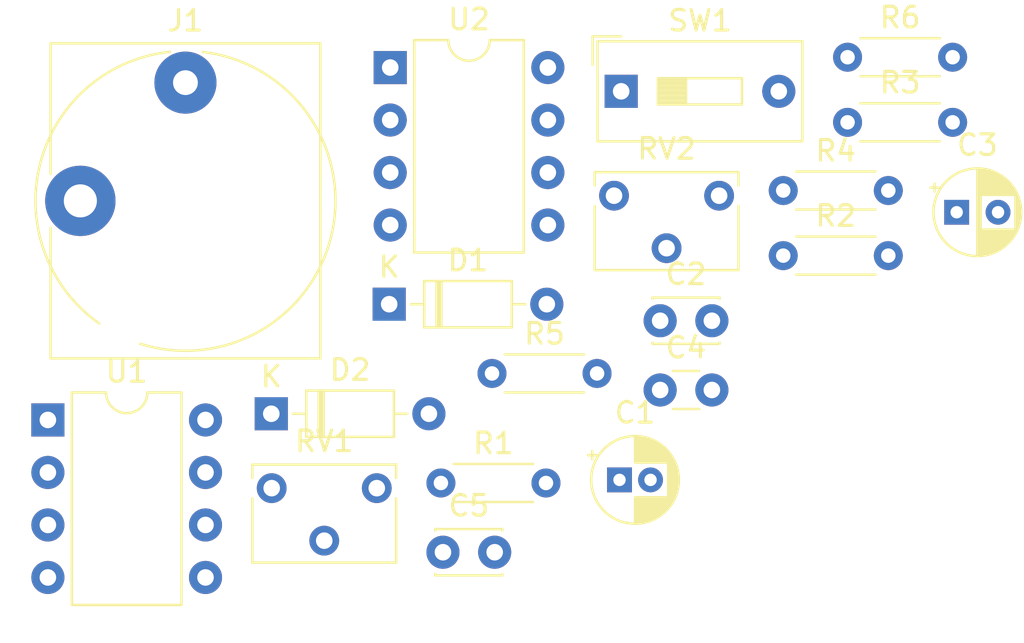
<source format=kicad_pcb>
(kicad_pcb (version 20211014) (generator pcbnew)
  (layers (0 "F.Cu" signal) (31 "B.Cu" signal) (34 "B.Paste" user) (35 "F.Paste" user) (36 "B.SilkS" user "B.Silkscreen") (37 "F.SilkS" user "F.Silkscreen") (38 "B.Mask" user) (39 "F.Mask" user) (44 "Edge.Cuts" user))
  (net 0 "")
  (net 1 "Net-(C1-Pad1)")
  (net 2 "out-")
  (net 3 "Net-(C2-Pad1)")
  (net 4 "Net-(C2-Pad2)")
  (net 5 "Net-(C3-Pad1)")
  (net 6 "Net-(C4-Pad1)")
  (net 7 "Net-(C4-Pad2)")
  (net 8 "Net-(C5-Pad1)")
  (net 9 "Net-(C5-Pad2)")
  (net 10 "Net-(R1-Pad2)")
  (net 11 "Net-(R4-Pad1)")
  (net 12 "out+")
  (net 13 "+9V")
  (net 15 "-9V")
  (footprint "Diode_THT:D_DO-35_SOD27_P7.62mm_Horizontal" (layer "F.Cu") (at 87.925199 75.32)
    (fp_text reference "D1" (at 3.81 -2.12) (layer "F.SilkS"))
    (fp_text value "1N914")
    (fp_text user "K" (at 0 -1.8) (layer "F.SilkS"))
    (fp_line (start 2.53 -1.12) (end 2.53 1.12) (layer "F.SilkS") (width 0.12))
    (fp_line (start 1.69 1.12) (end 5.93 1.12) (layer "F.SilkS") (width 0.12))
    (fp_line (start 1.69 -1.12) (end 1.69 1.12) (layer "F.SilkS") (width 0.12))
    (fp_line (start 1.04 0) (end 1.69 0) (layer "F.SilkS") (width 0.12))
    (fp_line (start 2.41 -1.12) (end 2.41 1.12) (layer "F.SilkS") (width 0.12))
    (fp_line (start 5.93 1.12) (end 5.93 -1.12) (layer "F.SilkS") (width 0.12))
    (fp_line (start 2.29 -1.12) (end 2.29 1.12) (layer "F.SilkS") (width 0.12))
    (fp_line (start 5.93 -1.12) (end 1.69 -1.12) (layer "F.SilkS") (width 0.12))
    (fp_line (start 6.58 0) (end 5.93 0) (layer "F.SilkS") (width 0.12))
    (pad "1" thru_hole rect (at 0 0) (size 1.6 1.6) (drill 0.8) (layers *.Cu *.Mask) (net 2 "out-"))
    (pad "2" thru_hole oval (at 7.62 0) (size 1.6 1.6) (drill 0.8) (layers *.Cu *.Mask) (net 9 "Net-(C5-Pad2)"))
  )
  (footprint "Capacitor_THT:C_Disc_D3.0mm_W1.6mm_P2.50mm" (layer "F.Cu") (at 101.025199 79.47)
    (fp_text reference "C4" (at 1.25 -2.05) (layer "F.SilkS"))
    (fp_text value "22p")
    (fp_line (start 0.621 -0.92) (end 1.879 -0.92) (layer "F.SilkS") (width 0.12))
    (fp_line (start 0.621 0.92) (end 1.879 0.92) (layer "F.SilkS") (width 0.12))
    (pad "1" thru_hole circle (at 0 0) (size 1.6 1.6) (drill 0.8) (layers *.Cu *.Mask) (net 6 "Net-(C4-Pad1)"))
    (pad "2" thru_hole circle (at 2.5 0) (size 1.6 1.6) (drill 0.8) (layers *.Cu *.Mask) (net 7 "Net-(C4-Pad2)"))
  )
  (footprint "Potentiometer_THT:Potentiometer_Bourns_3266W_Vertical" (layer "F.Cu") (at 103.875199 70.07)
    (fp_text reference "RV2" (at -2.54 -2.27) (layer "F.SilkS"))
    (fp_text value "500k")
    (fp_line (start -6.015 -1.14) (end 0.935 -1.14) (layer "F.SilkS") (width 0.12))
    (fp_line (start 0.935 0.495) (end 0.935 3.6) (layer "F.SilkS") (width 0.12))
    (fp_line (start -6.015 -1.14) (end -6.015 -0.495) (layer "F.SilkS") (width 0.12))
    (fp_line (start 0.935 -1.14) (end 0.935 -0.495) (layer "F.SilkS") (width 0.12))
    (fp_line (start -6.015 0.495) (end -6.015 3.6) (layer "F.SilkS") (width 0.12))
    (fp_line (start -6.015 3.6) (end 0.935 3.6) (layer "F.SilkS") (width 0.12))
    (pad "1" thru_hole circle (at 0 0) (size 1.44 1.44) (drill 0.8) (layers *.Cu *.Mask) (net 9 "Net-(C5-Pad2)"))
    (pad "2" thru_hole circle (at -2.54 2.54) (size 1.44 1.44) (drill 0.8) (layers *.Cu *.Mask) (net 12 "out+"))
    (pad "3" thru_hole circle (at -5.08 0) (size 1.44 1.44) (drill 0.8) (layers *.Cu *.Mask) (net 2 "out-"))
  )
  (footprint "Resistor_THT:R_Axial_DIN0204_L3.6mm_D1.6mm_P5.08mm_Horizontal" (layer "F.Cu") (at 90.425199 83.97)
    (fp_text reference "R1" (at 2.54 -1.92) (layer "F.SilkS"))
    (fp_text value "47k")
    (fp_line (start 0.62 -0.92) (end 4.46 -0.92) (layer "F.SilkS") (width 0.12))
    (fp_line (start 0.62 0.92) (end 4.46 0.92) (layer "F.SilkS") (width 0.12))
    (pad "1" thru_hole circle (at 0 0) (size 1.4 1.4) (drill 0.7) (layers *.Cu *.Mask) (net 4 "Net-(C2-Pad2)"))
    (pad "2" thru_hole oval (at 5.08 0) (size 1.4 1.4) (drill 0.7) (layers *.Cu *.Mask) (net 10 "Net-(R1-Pad2)"))
  )
  (footprint "Capacitor_THT:CP_Radial_D4.0mm_P2.00mm" (layer "F.Cu") (at 115.36 70.87)
    (fp_text reference "C3" (at 1 -3.25) (layer "F.SilkS"))
    (fp_text value "10u")
    (fp_line (start 1.36 0.84) (end 1.36 2.05) (layer "F.SilkS") (width 0.12))
    (fp_line (start 1.24 0.84) (end 1.24 2.067) (layer "F.SilkS") (width 0.12))
    (fp_line (start 1.841 0.84) (end 1.841 1.907) (layer "F.SilkS") (width 0.12))
    (fp_line (start 2.521 0.84) (end 2.521 1.438) (layer "F.SilkS") (width 0.12))
    (fp_line (start 2.801 0.84) (end 2.801 1.08) (layer "F.SilkS") (width 0.12))
    (fp_line (start 2.121 -1.76) (end 2.121 -0.84) (layer "F.SilkS") (width 0.12))
    (fp_line (start 3.041 -0.537) (end 3.041 0.537) (layer "F.SilkS") (width 0.12))
    (fp_line (start 2.481 0.84) (end 2.481 1.478) (layer "F.SilkS") (width 0.12))
    (fp_line (start 1.801 0.84) (end 1.801 1.924) (layer "F.SilkS") (width 0.12))
    (fp_line (start 2.001 -1.83) (end 2.001 -0.84) (layer "F.SilkS") (width 0.12))
    (fp_line (start 1.28 -2.062) (end 1.28 -0.84) (layer "F.SilkS") (width 0.12))
    (fp_line (start -1.069801 -1.395) (end -1.069801 -0.995) (layer "F.SilkS") (width 0.12))
    (fp_line (start 1.921 -1.87) (end 1.921 -0.84) (layer "F.SilkS") (width 0.12))
    (fp_line (start 2.241 -1.68) (end 2.241 -0.84) (layer "F.SilkS") (width 0.12))
    (fp_line (start 1.961 -1.851) (end 1.961 -0.84) (layer "F.SilkS") (width 0.12))
    (fp_line (start 1.36 -2.05) (end 1.36 -0.84) (layer "F.SilkS") (width 0.12))
    (fp_line (start 2.961 -0.768) (end 2.961 0.768) (layer "F.SilkS") (width 0.12))
    (fp_line (start 2.361 -1.587) (end 2.361 -0.84) (layer "F.SilkS") (width 0.12))
    (fp_line (start 1.48 -2.025) (end 1.48 -0.84) (layer "F.SilkS") (width 0.12))
    (fp_line (start 1.32 0.84) (end 1.32 2.056) (layer "F.SilkS") (width 0.12))
    (fp_line (start 1.841 -1.907) (end 1.841 -0.84) (layer "F.SilkS") (width 0.12))
    (fp_line (start 1.801 -1.924) (end 1.801 -0.84) (layer "F.SilkS") (width 0.12))
    (fp_line (start 1.52 0.84) (end 1.52 2.016) (layer "F.SilkS") (width 0.12))
    (fp_line (start 1.64 -1.982) (end 1.64 -0.84) (layer "F.SilkS") (width 0.12))
    (fp_line (start 1.68 0.84) (end 1.68 1.968) (layer "F.SilkS") (width 0.12))
    (fp_line (start 2.601 0.84) (end 2.601 1.351) (layer "F.SilkS") (width 0.12))
    (fp_line (start 2.801 -1.08) (end 2.801 -0.84) (layer "F.SilkS") (width 0.12))
    (fp_line (start 1.761 -1.94) (end 1.761 -0.84) (layer "F.SilkS") (width 0.12))
    (fp_line (start 1.64 0.84) (end 1.64 1.982) (layer "F.SilkS") (width 0.12))
    (fp_line (start 2.001 0.84) (end 2.001 1.83) (layer "F.SilkS") (width 0.12))
    (fp_line (start 2.441 -1.516) (end 2.441 -0.84) (layer "F.SilkS") (width 0.12))
    (fp_line (start 2.401 0.84) (end 2.401 1.552) (layer "F.SilkS") (width 0.12))
    (fp_line (start 2.281 0.84) (end 2.281 1.65) (layer "F.SilkS") (width 0.12))
    (fp_line (start 1.68 -1.968) (end 1.68 -0.84) (layer "F.SilkS") (width 0.12))
    (fp_line (start 2.121 0.84) (end 2.121 1.76) (layer "F.SilkS") (width 0.12))
    (fp_line (start 2.401 -1.552) (end 2.401 -0.84) (layer "F.SilkS") (width 0.12))
    (fp_line (start 2.721 0.84) (end 2.721 1.2) (layer "F.SilkS") (width 0.12))
    (fp_line (start 1.44 -2.034) (end 1.44 -0.84) (layer "F.SilkS") (width 0.12))
    (fp_line (start 1.961 0.84) (end 1.961 1.851) (layer "F.SilkS") (width 0.12))
    (fp_line (start 2.041 -1.808) (end 2.041 -0.84) (layer "F.SilkS") (width 0.12))
    (fp_line (start 1.44 0.84) (end 1.44 2.034) (layer "F.SilkS") (width 0.12))
    (fp_line (start 2.161 -1.735) (end 2.161 -0.84) (layer "F.SilkS") (width 0.12))
    (fp_line (start 1.721 0.84) (end 1.721 1.954) (layer "F.SilkS") (width 0.12))
    (fp_line (start -1.269801 -1.195) (end -0.869801 -1.195) (layer "F.SilkS") (width 0.12))
    (fp_line (start 2.441 0.84) (end 2.441 1.516) (layer "F.SilkS") (width 0.12))
    (fp_line (start 2.361 0.84) (end 2.361 1.587) (layer "F.SilkS") (width 0.12))
    (fp_line (start 2.881 -0.94) (end 2.881 0.94) (layer "F.SilkS") (width 0.12))
    (fp_line (start 1.2 -2.071) (end 1.2 -0.84) (layer "F.SilkS") (width 0.12))
    (fp_line (start 2.241 0.84) (end 2.241 1.68) (layer "F.SilkS") (width 0.12))
    (fp_line (start 2.161 0.84) (end 2.161 1.735) (layer "F.SilkS") (width 0.12))
    (fp_line (start 2.561 -1.396) (end 2.561 -0.84) (layer "F.SilkS") (width 0.12))
    (fp_line (start 2.601 -1.351) (end 2.601 -0.84) (layer "F.SilkS") (width 0.12))
    (fp_line (start 2.561 0.84) (end 2.561 1.396) (layer "F.SilkS") (width 0.12))
    (fp_line (start 2.761 -1.142) (end 2.761 -0.84) (layer "F.SilkS") (width 0.12))
    (fp_line (start 2.841 -1.013) (end 2.841 1.013) (layer "F.SilkS") (width 0.12))
    (fp_line (start 1.56 0.84) (end 1.56 2.005) (layer "F.SilkS") (width 0.12))
    (fp_line (start 1.28 0.84) (end 1.28 2.062) (layer "F.SilkS") (width 0.12))
    (fp_line (start 1.16 -2.074) (end 1.16 2.074) (layer "F.SilkS") (width 0.12))
    (fp_line (start 1.12 -2.077) (end 1.12 2.077) (layer "F.SilkS") (width 0.12))
    (fp_line (start 1 -2.08) (end 1 2.08) (layer "F.SilkS") (width 0.12))
    (fp_line (start 1.881 -1.889) (end 1.881 -0.84) (layer "F.SilkS") (width 0.12))
    (fp_line (start 2.041 0.84) (end 2.041 1.808) (layer "F.SilkS") (width 0.12))
    (fp_line (start 2.081 0.84) (end 2.081 1.785) (layer "F.SilkS") (width 0.12))
    (fp_line (start 2.761 0.84) (end 2.761 1.142) (layer "F.SilkS") (width 0.12))
    (fp_line (start 1.48 0.84) (end 1.48 2.025) (layer "F.SilkS") (width 0.12))
    (fp_line (start 1.32 -2.056) (end 1.32 -0.84) (layer "F.SilkS") (width 0.12))
    (fp_line (start 1.6 -1.994) (end 1.6 -0.84) (layer "F.SilkS") (width 0.12))
    (fp_line (start 2.321 -1.619) (end 2.321 -0.84) (layer "F.SilkS") (width 0.12))
    (fp_line (start 2.481 -1.478) (end 2.481 -0.84) (layer "F.SilkS") (width 0.12))
    (fp_line (start 2.081 -1.785) (end 2.081 -0.84) (layer "F.SilkS") (width 0.12))
    (fp_line (start 1.24 -2.067) (end 1.24 -0.84) (layer "F.SilkS") (width 0.12))
    (fp_line (start 1.56 -2.005) (end 1.56 -0.84) (layer "F.SilkS") (width 0.12))
    (fp_line (start 1.4 0.84) (end 1.4 2.042) (layer "F.SilkS") (width 0.12))
    (fp_line (start 2.201 0.84) (end 2.201 1.708) (layer "F.SilkS") (width 0.12))
    (fp_line (start 1.881 0.84) (end 1.881 1.889) (layer "F.SilkS") (width 0.12))
    (fp_line (start 1.761 0.84) (end 1.761 1.94) (layer "F.SilkS") (width 0.12))
    (fp_line (start 1.08 -2.079) (end 1.08 2.079) (layer "F.SilkS") (width 0.12))
    (fp_line (start 2.681 0.84) (end 2.681 1.254) (layer "F.SilkS") (width 0.12))
    (fp_line (start 2.921 -0.859) (end 2.921 0.859) (layer "F.SilkS") (width 0.12))
    (fp_line (start 2.281 -1.65) (end 2.281 -0.84) (layer "F.SilkS") (width 0.12))
    (fp_line (start 1.721 -1.954) (end 1.721 -0.84) (layer "F.SilkS") (width 0.12))
    (fp_line (start 2.641 0.84) (end 2.641 1.304) (layer "F.SilkS") (width 0.12))
    (fp_line (start 1.4 -2.042) (end 1.4 -0.84) (layer "F.SilkS") (width 0.12))
    (fp_line (start 1.04 -2.08) (end 1.04 2.08) (layer "F.SilkS") (width 0.12))
    (fp_line (start 1.921 0.84) (end 1.921 1.87) (layer "F.SilkS") (width 0.12))
    (fp_line (start 2.201 -1.708) (end 2.201 -0.84) (layer "F.SilkS") (width 0.12))
    (fp_line (start 3.081 -0.37) (end 3.081 0.37) (layer "F.SilkS") (width 0.12))
    (fp_line (start 2.641 -1.304) (end 2.641 -0.84) (layer "F.SilkS") (width 0.12))
    (fp_line (start 3.001 -0.664) (end 3.001 0.664) (layer "F.SilkS") (width 0.12))
    (fp_line (start 1.6 0.84) (end 1.6 1.994) (layer "F.SilkS") (width 0.12))
    (fp_line (start 1.52 -2.016) (end 1.52 -0.84) (layer "F.SilkS") (width 0.12))
    (fp_line (start 2.721 -1.2) (end 2.721 -0.84) (layer "F.SilkS") (width 0.12))
    (fp_line (start 1.2 0.84) (end 1.2 2.071) (layer "F.SilkS") (width 0.12))
    (fp_line (start 2.521 -1.438) (end 2.521 -0.84) (layer "F.SilkS") (width 0.12))
    (fp_line (start 2.681 -1.254) (end 2.681 -0.84) (layer "F.SilkS") (width 0.12))
    (fp_line (start 2.321 0.84) (end 2.321 1.619) (layer "F.SilkS") (width 0.12))
    (fp_circle (center 1 0) (end 3.12 0) (layer "F.SilkS") (width 0.12) (fill none))
    (pad "1" thru_hole rect (at 0 0) (size 1.2 1.2) (drill 0.6) (layers *.Cu *.Mask) (net 5 "Net-(C3-Pad1)"))
    (pad "2" thru_hole circle (at 2 0) (size 1.2 1.2) (drill 0.6) (layers *.Cu *.Mask) (net 2 "out-"))
  )
  (footprint "Package_DIP:DIP-8_W7.62mm" (layer "F.Cu") (at 71.425199 80.92)
    (fp_text reference "U1" (at 3.81 -2.33) (layer "F.SilkS"))
    (fp_text value "LM741CN/NOPB")
    (fp_line (start 1.16 8.95) (end 6.46 8.95) (layer "F.SilkS") (width 0.12))
    (fp_line (start 1.16 -1.33) (end 1.16 8.95) (layer "F.SilkS") (width 0.12))
    (fp_line (start 6.46 8.95) (end 6.46 -1.33) (layer "F.SilkS") (width 0.12))
    (fp_line (start 6.46 -1.33) (end 4.81 -1.33) (layer "F.SilkS") (width 0.12))
    (fp_line (start 2.81 -1.33) (end 1.16 -1.33) (layer "F.SilkS") (width 0.12))
    (fp_arc (start 4.81 -1.33) (mid 3.81 -0.33) (end 2.81 -1.33) (layer "F.SilkS") (width 0.12))
    (pad "1" thru_hole rect (at 0 0) (size 1.6 1.6) (drill 0.8) (layers *.Cu *.Mask))
    (pad "2" thru_hole oval (at 0 2.54) (size 1.6 1.6) (drill 0.8) (layers *.Cu *.Mask) (net 10 "Net-(R1-Pad2)"))
    (pad "3" thru_hole oval (at 0 5.08) (size 1.6 1.6) (drill 0.8) (layers *.Cu *.Mask) (net 5 "Net-(C3-Pad1)"))
    (pad "4" thru_hole oval (at 0 7.62) (size 1.6 1.6) (drill 0.8) (layers *.Cu *.Mask) (net 15 "-9V"))
    (pad "5" thru_hole oval (at 7.62 7.62) (size 1.6 1.6) (drill 0.8) (layers *.Cu *.Mask))
    (pad "6" thru_hole oval (at 7.62 5.08) (size 1.6 1.6) (drill 0.8) (layers *.Cu *.Mask) (net 11 "Net-(R4-Pad1)"))
    (pad "7" thru_hole oval (at 7.62 2.54) (size 1.6 1.6) (drill 0.8) (layers *.Cu *.Mask) (net 13 "+9V"))
    (pad "8" thru_hole oval (at 7.62 0) (size 1.6 1.6) (drill 0.8) (layers *.Cu *.Mask))
  )
  (footprint "Resistor_THT:R_Axial_DIN0204_L3.6mm_D1.6mm_P5.08mm_Horizontal" (layer "F.Cu") (at 110.085199 66.52)
    (fp_text reference "R3" (at 2.54 -1.92) (layer "F.SilkS"))
    (fp_text value "10k")
    (fp_line (start 0.62 0.92) (end 4.46 0.92) (layer "F.SilkS") (width 0.12))
    (fp_line (start 0.62 -0.92) (end 4.46 -0.92) (layer "F.SilkS") (width 0.12))
    (pad "1" thru_hole circle (at 0 0) (size 1.4 1.4) (drill 0.7) (layers *.Cu *.Mask) (net 2 "out-"))
    (pad "2" thru_hole oval (at 5.08 0) (size 1.4 1.4) (drill 0.7) (layers *.Cu *.Mask) (net 5 "Net-(C3-Pad1)"))
  )
  (footprint "Resistor_THT:R_Axial_DIN0204_L3.6mm_D1.6mm_P5.08mm_Horizontal" (layer "F.Cu") (at 106.975199 72.97)
    (fp_text reference "R2" (at 2.54 -1.92) (layer "F.SilkS"))
    (fp_text value "10k")
    (fp_line (start 0.62 0.92) (end 4.46 0.92) (layer "F.SilkS") (width 0.12))
    (fp_line (start 0.62 -0.92) (end 4.46 -0.92) (layer "F.SilkS") (width 0.12))
    (pad "1" thru_hole circle (at 0 0) (size 1.4 1.4) (drill 0.7) (layers *.Cu *.Mask) (net 5 "Net-(C3-Pad1)"))
    (pad "2" thru_hole oval (at 5.08 0) (size 1.4 1.4) (drill 0.7) (layers *.Cu *.Mask) (net 1 "Net-(C1-Pad1)"))
  )
  (footprint "Resistor_THT:R_Axial_DIN0204_L3.6mm_D1.6mm_P5.08mm_Horizontal" (layer "F.Cu") (at 106.975199 69.82)
    (fp_text reference "R4" (at 2.54 -1.92) (layer "F.SilkS"))
    (fp_text value "4.7k")
    (fp_line (start 0.62 0.92) (end 4.46 0.92) (layer "F.SilkS") (width 0.12))
    (fp_line (start 0.62 -0.92) (end 4.46 -0.92) (layer "F.SilkS") (width 0.12))
    (pad "1" thru_hole circle (at 0 0) (size 1.4 1.4) (drill 0.7) (layers *.Cu *.Mask) (net 11 "Net-(R4-Pad1)"))
    (pad "2" thru_hole oval (at 5.08 0) (size 1.4 1.4) (drill 0.7) (layers *.Cu *.Mask) (net 6 "Net-(C4-Pad1)"))
  )
  (footprint "Button_Switch_THT:SW_DIP_SPSTx01_Slide_9.78x4.72mm_W7.62mm_P2.54mm" (layer "F.Cu") (at 99.140199 65.02)
    (fp_text reference "SW1" (at 3.81 -3.42) (layer "F.SilkS"))
    (fp_text value "SW_SPST")
    (fp_line (start 1.78 -0.155) (end 3.133333 -0.155) (layer "F.SilkS") (width 0.12))
    (fp_line (start 5.84 -0.635) (end 1.78 -0.635) (layer "F.SilkS") (width 0.12))
    (fp_line (start -1.14 -2.42) (end -1.14 2.42) (layer "F.SilkS") (width 0.12))
    (fp_line (start 1.78 0.445) (end 3.133333 0.445) (layer "F.SilkS") (width 0.12))
    (fp_line (start 1.78 -0.635) (end 1.78 0.635) (layer "F.SilkS") (width 0.12))
    (fp_line (start 8.76 -2.42) (end 8.76 2.42) (layer "F.SilkS") (width 0.12))
    (fp_line (start 1.78 -0.275) (end 3.133333 -0.275) (layer "F.SilkS") (width 0.12))
    (fp_line (start 1.78 -0.035) (end 3.133333 -0.035) (layer "F.SilkS") (width 0.12))
    (fp_line (start 1.78 -0.395) (end 3.133333 -0.395) (layer "F.SilkS") (width 0.12))
    (fp_line (start -1.14 2.42) (end 8.76 2.42) (layer "F.SilkS") (width 0.12))
    (fp_line (start -1.38 -2.66) (end 0.004 -2.66) (layer "F.SilkS") (width 0.12))
    (fp_line (start -1.38 -2.66) (end -1.38 -1.277) (layer "F.SilkS") (width 0.12))
    (fp_line (start 1.78 0.325) (end 3.133333 0.325) (layer "F.SilkS") (width 0.12))
    (fp_line (start 5.84 0.635) (end 5.84 -0.635) (layer "F.SilkS") (width 0.12))
    (fp_line (start -1.14 -2.42) (end 8.76 -2.42) (layer "F.SilkS") (width 0.12))
    (fp_line (start 1.78 0.565) (end 3.133333 0.565) (layer "F.SilkS") (width 0.12))
    (fp_line (start 3.133333 -0.635) (end 3.133333 0.635) (layer "F.SilkS") (width 0.12))
    (fp_line (start 1.78 0.635) (end 5.84 0.635) (layer "F.SilkS") (width 0.12))
    (fp_line (start 1.78 0.205) (end 3.133333 0.205) (layer "F.SilkS") (width 0.12))
    (fp_line (start 1.78 -0.515) (end 3.133333 -0.515) (layer "F.SilkS") (width 0.12))
    (fp_line (start 1.78 0.085) (end 3.133333 0.085) (layer "F.SilkS") (width 0.12))
    (pad "1" thru_hole rect (at 0 0) (size 1.6 1.6) (drill 0.8) (layers *.Cu *.Mask) (net 1 "Net-(C1-Pad1)"))
    (pad "2" thru_hole oval (at 7.62 0) (size 1.6 1.6) (drill 0.8) (layers *.Cu *.Mask) (net 13 "+9V"))
  )
  (footprint "Diode_THT:D_DO-35_SOD27_P7.62mm_Horizontal" (layer "F.Cu") (at 82.225199 80.62)
    (fp_text reference "D2" (at 3.81 -2.12) (layer "F.SilkS"))
    (fp_text value "1N914")
    (fp_text user "K" (at 0 -1.8) (layer "F.SilkS"))
    (fp_line (start 1.69 -1.12) (end 1.69 1.12) (layer "F.SilkS") (width 0.12))
    (fp_line (start 6.58 0) (end 5.93 0) (layer "F.SilkS") (width 0.12))
    (fp_line (start 1.04 0) (end 1.69 0) (layer "F.SilkS") (width 0.12))
    (fp_line (start 2.29 -1.12) (end 2.29 1.12) (layer "F.SilkS") (width 0.12))
    (fp_line (start 2.41 -1.12) (end 2.41 1.12) (layer "F.SilkS") (width 0.12))
    (fp_line (start 2.53 -1.12) (end 2.53 1.12) (layer "F.SilkS") (width 0.12))
    (fp_line (start 5.93 1.12) (end 5.93 -1.12) (layer "F.SilkS") (width 0.12))
    (fp_line (start 5.93 -1.12) (end 1.69 -1.12) (layer "F.SilkS") (width 0.12))
    (fp_line (start 1.69 1.12) (end 5.93 1.12) (layer "F.SilkS") (width 0.12))
    (pad "1" thru_hole rect (at 0 0) (size 1.6 1.6) (drill 0.8) (layers *.Cu *.Mask) (net 9 "Net-(C5-Pad2)"))
    (pad "2" thru_hole oval (at 7.62 0) (size 1.6 1.6) (drill 0.8) (layers *.Cu *.Mask) (net 2 "out-"))
  )
  (footprint "Capacitor_THT:C_Disc_D3.0mm_W2.0mm_P2.50mm" (layer "F.Cu") (at 90.525199 87.32)
    (fp_text reference "C5" (at 1.25 -2.25) (layer "F.SilkS"))
    (fp_text value ".22u")
    (fp_line (start -0.37 -1.12) (end -0.37 -1.055) (layer "F.SilkS") (width 0.12))
    (fp_line (start -0.37 1.055) (end -0.37 1.12) (layer "F.SilkS") (width 0.12))
    (fp_line (start -0.37 1.12) (end 2.87 1.12) (layer "F.SilkS") (width 0.12))
    (fp_line (start 2.87 -1.12) (end 2.87 -1.055) (layer "F.SilkS") (width 0.12))
    (fp_line (start -0.37 -1.12) (end 2.87 -1.12) (layer "F.SilkS") (width 0.12))
    (fp_line (start 2.87 1.055) (end 2.87 1.12) (layer "F.SilkS") (width 0.12))
    (pad "1" thru_hole circle (at 0 0) (size 1.6 1.6) (drill 0.8) (layers *.Cu *.Mask) (net 8 "Net-(C5-Pad1)"))
    (pad "2" thru_hole circle (at 2.5 0) (size 1.6 1.6) (drill 0.8) (layers *.Cu *.Mask) (net 9 "Net-(C5-Pad2)"))
  )
  (footprint "Resistor_THT:R_Axial_DIN0204_L3.6mm_D1.6mm_P5.08mm_Horizontal" (layer "F.Cu") (at 110.085199 63.37)
    (fp_text reference "R6" (at 2.54 -1.92) (layer "F.SilkS"))
    (fp_text value "10k")
    (fp_line (start 0.62 0.92) (end 4.46 0.92) (layer "F.SilkS") (width 0.12))
    (fp_line (start 0.62 -0.92) (end 4.46 -0.92) (layer "F.SilkS") (width 0.12))
    (pad "1" thru_hole circle (at 0 0) (size 1.4 1.4) (drill 0.7) (layers *.Cu *.Mask) (net 7 "Net-(C4-Pad2)"))
    (pad "2" thru_hole oval (at 5.08 0) (size 1.4 1.4) (drill 0.7) (layers *.Cu *.Mask) (net 8 "Net-(C5-Pad1)"))
  )
  (footprint "Package_DIP:DIP-8_W7.62mm" (layer "F.Cu") (at 87.975199 63.87)
    (fp_text reference "U2" (at 3.81 -2.33) (layer "F.SilkS"))
    (fp_text value "LM741CN/NOPB")
    (fp_line (start 6.46 8.95) (end 6.46 -1.33) (layer "F.SilkS") (width 0.12))
    (fp_line (start 2.81 -1.33) (end 1.16 -1.33) (layer "F.SilkS") (width 0.12))
    (fp_line (start 1.16 8.95) (end 6.46 8.95) (layer "F.SilkS") (width 0.12))
    (fp_line (start 1.16 -1.33) (end 1.16 8.95) (layer "F.SilkS") (width 0.12))
    (fp_line (start 6.46 -1.33) (end 4.81 -1.33) (layer "F.SilkS") (width 0.12))
    (fp_arc (start 4.81 -1.33) (mid 3.81 -0.33) (end 2.81 -1.33) (layer "F.SilkS") (width 0.12))
    (pad "1" thru_hole rect (at 0 0) (size 1.6 1.6) (drill 0.8) (layers *.Cu *.Mask))
    (pad "2" thru_hole oval (at 0 2.54) (size 1.6 1.6) (drill 0.8) (layers *.Cu *.Mask) (net 6 "Net-(C4-Pad1)"))
    (pad "3" thru_hole oval (at 0 5.08) (size 1.6 1.6) (drill 0.8) (layers *.Cu *.Mask) (net 5 "Net-(C3-Pad1)"))
    (pad "4" thru_hole oval (at 0 7.62) (size 1.6 1.6) (drill 0.8) (layers *.Cu *.Mask) (net 15 "-9V"))
    (pad "5" thru_hole oval (at 7.62 7.62) (size 1.6 1.6) (drill 0.8) (layers *.Cu *.Mask))
    (pad "6" thru_hole oval (at 7.62 5.08) (size 1.6 1.6) (drill 0.8) (layers *.Cu *.Mask) (net 7 "Net-(C4-Pad2)"))
    (pad "7" thru_hole oval (at 7.62 2.54) (size 1.6 1.6) (drill 0.8) (layers *.Cu *.Mask) (net 13 "+9V"))
    (pad "8" thru_hole oval (at 7.62 0) (size 1.6 1.6) (drill 0.8) (layers *.Cu *.Mask))
  )
  (footprint "Potentiometer_THT:Potentiometer_Bourns_3266W_Vertical" (layer "F.Cu") (at 87.325199 84.22)
    (fp_text reference "RV1" (at -2.54 -2.27) (layer "F.SilkS"))
    (fp_text value "500k")
    (fp_line (start 0.935 0.495) (end 0.935 3.6) (layer "F.SilkS") (width 0.12))
    (fp_line (start 0.935 -1.14) (end 0.935 -0.495) (layer "F.SilkS") (width 0.12))
    (fp_line (start -6.015 3.6) (end 0.935 3.6) (layer "F.SilkS") (width 0.12))
    (fp_line (start -6.015 0.495) (end -6.015 3.6) (layer "F.SilkS") (width 0.12))
    (fp_line (start -6.015 -1.14) (end -6.015 -0.495) (layer "F.SilkS") (width 0.12))
    (fp_line (start -6.015 -1.14) (end 0.935 -1.14) (layer "F.SilkS") (width 0.12))
    (pad "1" thru_hole circle (at 0 0) (size 1.44 1.44) (drill 0.8) (layers *.Cu *.Mask) (net 10 "Net-(R1-Pad2)"))
    (pad "2" thru_hole circle (at -2.54 2.54) (size 1.44 1.44) (drill 0.8) (layers *.Cu *.Mask) (net 10 "Net-(R1-Pad2)"))
    (pad "3" thru_hole circle (at -5.08 0) (size 1.44 1.44) (drill 0.8) (layers *.Cu *.Mask) (net 11 "Net-(R4-Pad1)"))
  )
  (footprint "Connector_Audio:Jack_6.35mm_Neutrik_NJ2FD-V_Vertical" (layer "F.Cu") (at 78.075199 64.6)
    (fp_text reference "J1" (at 0 -3) (layer "F.SilkS"))
    (fp_text value "AudioJack2")
    (fp_line (start -6.52 13.34) (end 6.52 13.34) (layer "F.SilkS") (width 0.12))
    (fp_line (start -6.52 -1.9) (end 6.52 -1.9) (layer "F.SilkS") (width 0.12))
    (fp_line (start -6.52 -1.9) (end -6.52 4.42) (layer "F.SilkS") (width 0.12))
    (fp_line (start 6.52 -1.9) (end 6.52 13.34) (layer "F.SilkS") (width 0.12))
    (fp_line (start -6.52 7.02) (end -6.52 13.34) (layer "F.SilkS") (width 0.12))
    (fp_arc (start -4.164153 11.6535) (mid -7.016062 3.897509) (end -0.75 -1.49) (layer "F.SilkS") (width 0.12))
    (fp_arc (start 0.84109 -1.482824) (mid 7.089049 7.247578) (end -2.2 12.63) (layer "F.SilkS") (width 0.12))
    (pad "" np_thru_hole circle (at 3.81 1.91 180) (size 2.1 2.1) (drill 2.1) (layers *.Cu *.Mask))
    (pad "" np_thru_hole circle (at -3.18 12.07 180) (size 1.6 1.6) (drill 1.6) (layers *.Cu *.Mask))
    (pad "S" thru_hole circle (at -5.08 5.72 180) (size 3.4 3.4) (drill 1.6) (layers *.Cu *.Mask) (net 2 "out-"))
    (pad "T" thru_hole circle (at 0 0 180) (size 3 3) (drill 1.2) (layers *.Cu *.Mask) (net 3 "Net-(C2-Pad1)"))
  )
  (footprint "Resistor_THT:R_Axial_DIN0204_L3.6mm_D1.6mm_P5.08mm_Horizontal" (layer "F.Cu") (at 92.895199 78.67)
    (fp_text reference "R5" (at 2.54 -1.92) (layer "F.SilkS"))
    (fp_text value "33k")
    (fp_line (start 0.62 0.92) (end 4.46 0.92) (layer "F.SilkS") (width 0.12))
    (fp_line (start 0.62 -0.92) (end 4.46 -0.92) (layer "F.SilkS") (width 0.12))
    (pad "1" thru_hole circle (at 0 0) (size 1.4 1.4) (drill 0.7) (layers *.Cu *.Mask) (net 6 "Net-(C4-Pad1)"))
    (pad "2" thru_hole oval (at 5.08 0) (size 1.4 1.4) (drill 0.7) (layers *.Cu *.Mask) (net 7 "Net-(C4-Pad2)"))
  )
  (footprint "Capacitor_THT:CP_Radial_D4.0mm_P1.50mm" (layer "F.Cu") (at 99.06 83.82)
    (fp_text reference "C1" (at 0.75 -3.25) (layer "F.SilkS"))
    (fp_text value "100u")
    (fp_line (start 2.231 -1.478) (end 2.231 -0.84) (layer "F.SilkS") (width 0.12))
    (fp_line (start 0.79 -2.08) (end 0.79 -0.84) (layer "F.SilkS") (width 0.12))
    (fp_line (start -1.519801 -1.195) (end -1.119801 -1.195) (layer "F.SilkS") (width 0.12))
    (fp_line (start 2.111 -1.587) (end 2.111 -0.84) (layer "F.SilkS") (width 0.12))
    (fp_line (start 1.19 -2.034) (end 1.19 -0.84) (layer "F.SilkS") (width 0.12))
    (fp_line (start 1.951 0.84) (end 1.951 1.708) (layer "F.SilkS") (width 0.12))
    (fp_line (start 1.11 0.84) (end 1.11 2.05) (layer "F.SilkS") (width 0.12))
    (fp_line (start 0.83 -2.079) (end 0.83 -0.84) (layer "F.SilkS") (width 0.12))
    (fp_line (start 1.11 -2.05) (end 1.11 -0.84) (layer "F.SilkS") (width 0.12))
    (fp_line (start 1.591 -1.907) (end 1.591 -0.84) (layer "F.SilkS") (width 0.12))
    (fp_line (start 1.911 -1.735) (end 1.911 -0.84) (layer "F.SilkS") (width 0.12))
    (fp_line (start 2.631 -0.94) (end 2.631 0.94) (layer "F.SilkS") (width 0.12))
    (fp_line (start 2.111 0.84) (end 2.111 1.587) (layer "F.SilkS") (width 0.12))
    (fp_line (start 2.191 0.84) (end 2.191 1.516) (layer "F.SilkS") (width 0.12))
    (fp_line (start 0.95 -2.071) (end 0.95 -0.84) (layer "F.SilkS") (width 0.12))
    (fp_line (start 2.791 -0.537) (end 2.791 0.537) (layer "F.SilkS") (width 0.12))
    (fp_line (start 0.87 -2.077) (end 0.87 -0.84) (layer "F.SilkS") (width 0.12))
    (fp_line (start 0.75 0.84) (end 0.75 2.08) (layer "F.SilkS") (width 0.12))
    (fp_line (start 1.35 -1.994) (end 1.35 -0.84) (layer "F.SilkS") (width 0.12))
    (fp_line (start 1.751 0.84) (end 1.751 1.83) (layer "F.SilkS") (width 0.12))
    (fp_line (start 0.87 0.84) (end 0.87 2.077) (layer "F.SilkS") (width 0.12))
    (fp_line (start 2.071 0.84) (end 2.071 1.619) (layer "F.SilkS") (width 0.12))
    (fp_line (start 2.591 -1.013) (end 2.591 1.013) (layer "F.SilkS") (width 0.12))
    (fp_line (start 1.831 0.84) (end 1.831 1.785) (layer "F.SilkS") (width 0.12))
    (fp_line (start 1.671 -1.87) (end 1.671 -0.84) (layer "F.SilkS") (width 0.12))
    (fp_line (start 0.91 0.84) (end 0.91 2.074) (layer "F.SilkS") (width 0.12))
    (fp_line (start 1.23 -2.025) (end 1.23 -0.84) (layer "F.SilkS") (width 0.12))
    (fp_line (start 2.751 -0.664) (end 2.751 0.664) (layer "F.SilkS") (width 0.12))
    (fp_line (start 1.791 -1.808) (end 1.791 -0.84) (layer "F.SilkS") (width 0.12))
    (fp_line (start 1.631 -1.889) (end 1.631 -0.84) (layer "F.SilkS") (width 0.12))
    (fp_line (start 2.191 -1.516) (end 2.191 -0.84) (layer "F.SilkS") (width 0.12))
    (fp_line (start 1.15 -2.042) (end 1.15 -0.84) (layer "F.SilkS") (width 0.12))
    (fp_line (start 2.071 -1.619) (end 2.071 -0.84) (layer "F.SilkS") (width 0.12))
    (fp_line (start 2.231 0.84) (end 2.231 1.478) (layer "F.SilkS") (width 0.12))
    (fp_line (start 0.91 -2.074) (end 0.91 -0.84) (layer "F.SilkS") (width 0.12))
    (fp_line (start 2.831 -0.37) (end 2.831 0.37) (layer "F.SilkS") (width 0.12))
    (fp_line (start -1.319801 -1.395) (end -1.319801 -0.995) (layer "F.SilkS") (width 0.12))
    (fp_line (start 1.871 -1.76) (end 1.871 -0.84) (layer "F.SilkS") (width 0.12))
    (fp_line (start 1.951 -1.708) (end 1.951 -0.84) (layer "F.SilkS") (width 0.12))
    (fp_line (start 2.031 0.84) (end 2.031 1.65) (layer "F.SilkS") (width 0.12))
    (fp_line (start 2.151 0.84) (end 2.151 1.552) (layer "F.SilkS") (width 0.12))
    (fp_line (start 2.151 -1.552) (end 2.151 -0.84) (layer "F.SilkS") (width 0.12))
    (fp_line (start 1.39 0.84) (end 1.39 1.982) (layer "F.SilkS") (width 0.12))
    (fp_line (start 2.311 -1.396) (end 2.311 -0.84) (layer "F.SilkS") (width 0.12))
    (fp_line (start 0.95 0.84) (end 0.95 2.071) (layer "F.SilkS") (width 0.12))
    (fp_line (start 1.711 -1.851) (end 1.711 -0.84) (layer "F.SilkS") (width 0.12))
    (fp_line (start 1.35 0.84) (end 1.35 1.994) (layer "F.SilkS") (width 0.12))
    (fp_line (start 2.471 -1.2) (end 2.471 1.2) (layer "F.SilkS") (width 0.12))
    (fp_line (start 1.551 0.84) (end 1.551 1.924) (layer "F.SilkS") (width 0.12))
    (fp_line (start 1.43 0.84) (end 1.43 1.968) (layer "F.SilkS") (width 0.12))
    (fp_line (start 1.43 -1.968) (end 1.43 -0.84) (layer "F.SilkS") (width 0.12))
    (fp_line (start 1.31 -2.005) (end 1.31 -0.84) (layer "F.SilkS") (width 0.12))
    (fp_line (start 1.791 0.84) (end 1.791 1.808) (layer "F.SilkS") (width 0.12))
    (fp_line (start 1.07 0.84) (end 1.07 2.056) (layer "F.SilkS") (width 0.12))
    (fp_line (start 1.871 0.84) (end 1.871 1.76) (layer "F.SilkS") (width 0.12))
    (fp_line (start 0.83 0.84) (end 0.83 2.079) (layer "F.SilkS") (width 0.12))
    (fp_line (start 0.99 0.84) (end 0.99 2.067) (layer "F.SilkS") (width 0.12))
    (fp_line (start 1.991 -1.68) (end 1.991 -0.84) (layer "F.SilkS") (width 0.12))
    (fp_line (start 1.15 0.84) (end 1.15 2.042) (layer "F.SilkS") (width 0.12))
    (fp_line (start 1.471 0.84) (end 1.471 1.954) (layer "F.SilkS") (width 0.12))
    (fp_line (start 2.711 -0.768) (end 2.711 0.768) (layer "F.SilkS") (width 0.12))
    (fp_line (start 2.391 -1.304) (end 2.391 1.304) (layer "F.SilkS") (width 0.12))
    (fp_line (start 1.511 0.84) (end 1.511 1.94) (layer "F.SilkS") (width 0.12))
    (fp_line (start 1.03 -2.062) (end 1.03 -0.84) (layer "F.SilkS") (width 0.12))
    (fp_line (start 1.671 0.84) (end 1.671 1.87) (layer "F.SilkS") (width 0.12))
    (fp_line (start 1.27 0.84) (end 1.27 2.016) (layer "F.SilkS") (width 0.12))
    (fp_line (start 0.75 -2.08) (end 0.75 -0.84) (layer "F.SilkS") (width 0.12))
    (fp_line (start 1.511 -1.94) (end 1.511 -0.84) (layer "F.SilkS") (width 0.12))
    (fp_line (start 1.831 -1.785) (end 1.831 -0.84) (layer "F.SilkS") (width 0.12))
    (fp_line (start 1.751 -1.83) (end 1.751 -0.84) (layer "F.SilkS") (width 0.12))
    (fp_line (start 1.27 -2.016) (end 1.27 -0.84) (layer "F.SilkS") (width 0.12))
    (fp_line (start 1.911 0.84) (end 1.911 1.735) (layer "F.SilkS") (width 0.12))
    (fp_line (start 2.351 -1.351) (end 2.351 1.351) (layer "F.SilkS") (width 0.12))
    (fp_line (start 1.23 0.84) (end 1.23 2.025) (layer "F.SilkS") (width 0.12))
    (fp_line (start 1.19 0.84) (end 1.19 2.034) (layer "F.SilkS") (width 0.12))
    (fp_line (start 1.711 0.84) (end 1.711 1.851) (layer "F.SilkS") (width 0.12))
    (fp_line (start 1.551 -1.924) (end 1.551 -0.84) (layer "F.SilkS") (width 0.12))
    (fp_line (start 2.551 -1.08) (end 2.551 1.08) (layer "F.SilkS") (width 0.12))
    (fp_line (start 2.271 0.84) (end 2.271 1.438) (layer "F.SilkS") (width 0.12))
    (fp_line (start 2.431 -1.254) (end 2.431 1.254) (layer "F.SilkS") (width 0.12))
    (fp_line (start 2.671 -0.859) (end 2.671 0.859) (layer "F.SilkS") (width 0.12))
    (fp_line (start 1.591 0.84) (end 1.591 1.907) (layer "F.SilkS") (width 0.12))
    (fp_line (start 1.991 0.84) (end 1.991 1.68) (layer "F.SilkS") (width 0.12))
    (fp_line (start 1.03 0.84) (end 1.03 2.062) (layer "F.SilkS") (width 0.12))
    (fp_line (start 1.631 0.84) (end 1.631 1.889) (layer "F.SilkS") (width 0.12))
    (fp_line (start 1.31 0.84) (end 1.31 2.005) (layer "F.SilkS") (width 0.12))
    (fp_line (start 1.07 -2.056) (end 1.07 -0.84) (layer "F.SilkS") (width 0.12))
    (fp_line (start 2.511 -1.142) (end 2.511 1.142) (layer "F.SilkS") (width 0.12))
    (fp_line (start 2.271 -1.438) (end 2.271 -0.84) (layer "F.SilkS") (width 0.12))
    (fp_line (start 1.39 -1.982) (end 1.39 -0.84) (layer "F.SilkS") (width 0.12))
    (fp_line (start 2.311 0.84) (end 2.311 1.396) (layer "F.SilkS") (width 0.12))
    (fp_line (start 1.471 -1.954) (end 1.471 -0.84) (layer "F.SilkS") (width 0.12))
    (fp_line (start 0.79 0.84) (end 0.79 2.08) (layer "F.SilkS") (width 0.12))
    (fp_line (start 2.031 -1.65) (end 2.031 -0.84) (layer "F.SilkS") (width 0.12))
    (fp_line (start 0.99 -2.067) (end 0.99 -0.84) (layer "F.SilkS") (width 0.12))
    (fp_circle (center 0.75 0) (end 2.87 0) (layer "F.SilkS") (width 0.12) (fill none))
    (pad "1" thru_hole rect (at 0 0) (size 1.2 1.2) (drill 0.6) (layers *.Cu *.Mask) (net 1 "Net-(C1-Pad1)"))
    (pad "2" thru_hole circle (at 1.5 0) (size 1.2 1.2) (drill 0.6) (layers *.Cu *.Mask) (net 2 "out-"))
  )
  (footprint "Capacitor_THT:C_Disc_D3.0mm_W2.0mm_P2.50mm" (layer "F.Cu") (at 101.025199 76.12)
    (fp_text reference "C2" (at 1.25 -2.25) (layer "F.SilkS"))
    (fp_text value "22u")
    (fp_line (start 2.87 -1.12) (end 2.87 -1.055) (layer "F.SilkS") (width 0.12))
    (fp_line (start -0.37 -1.12) (end -0.37 -1.055) (layer "F.SilkS") (width 0.12))
    (fp_line (start -0.37 1.12) (end 2.87 1.12) (layer "F.SilkS") (width 0.12))
    (fp_line (start -0.37 -1.12) (end 2.87 -1.12) (layer "F.SilkS") (width 0.12))
    (fp_line (start 2.87 1.055) (end 2.87 1.12) (layer "F.SilkS") (width 0.12))
    (fp_line (start -0.37 1.055) (end -0.37 1.12) (layer "F.SilkS") (width 0.12))
    (pad "1" thru_hole circle (at 0 0) (size 1.6 1.6) (drill 0.8) (layers *.Cu *.Mask) (net 3 "Net-(C2-Pad1)"))
    (pad "2" thru_hole circle (at 2.5 0) (size 1.6 1.6) (drill 0.8) (layers *.Cu *.Mask) (net 4 "Net-(C2-Pad2)"))
  )
)
</source>
